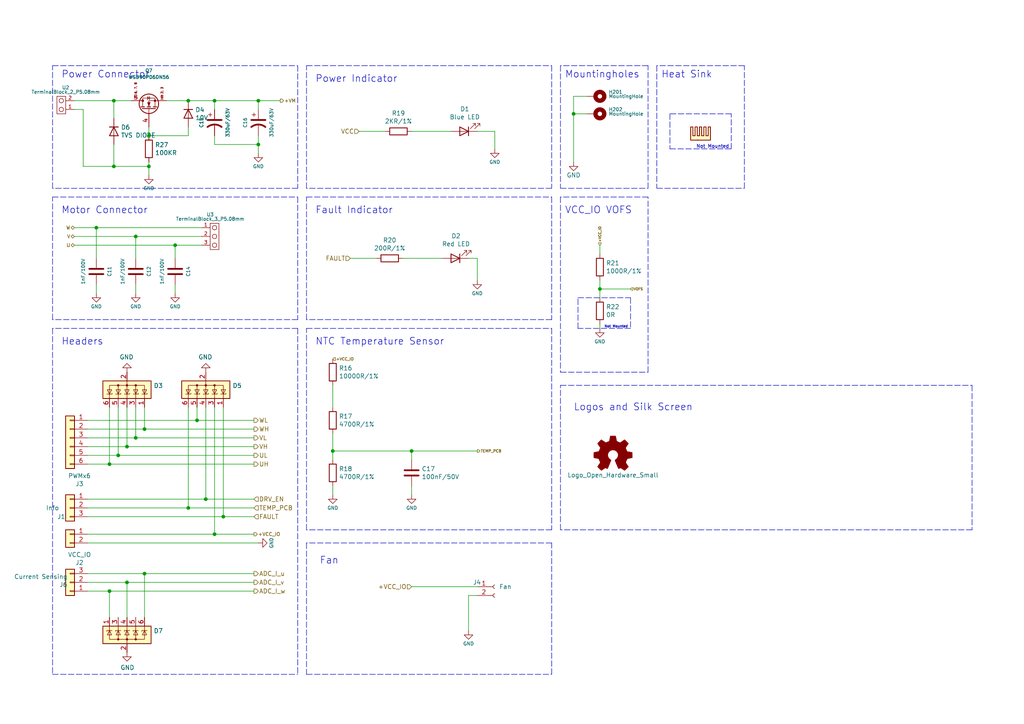
<source format=kicad_sch>
(kicad_sch (version 20211123) (generator eeschema)
  (paper "A4")
  (title_block (title "opm-inline") (date "2021-12-26") (rev "1") (company "Overpowered Mechanisms"))
  (lib_symbols
    (symbol "Connector:Conn_01x02_Female" (pin_names (offset 1.016) hide)
      (property "Reference" "J" (at 0 2.54 0))
      (property "Value" "Conn_01x02_Female" (at 0 -5.08 0))
      (symbol "Conn_01x02_Female_1_1"
        (arc (start 0 -2.032) (mid -0.508 -2.54) (end 0 -3.048) (stroke (width 0.1524)))
        (polyline (pts (xy -1.27 -2.54) (xy -0.508 -2.54)) (stroke (width 0.1524)))
        (polyline (pts (xy -1.27 0) (xy -0.508 0)) (stroke (width 0.1524)))
        (arc (start 0 0.508) (mid -0.508 0) (end 0 -0.508) (stroke (width 0.1524)))
        (pin passive line (at -5.08 0 0) (length 3.81) (name "Pin_1") (number "1"))
        (pin passive line (at -5.08 -2.54 0) (length 3.81) (name "Pin_2") (number "2"))
      )
    )
    (symbol "Connector_Generic:Conn_01x02" (pin_names (offset 1.016) hide)
      (property "Reference" "J" (at 0 2.54 0))
      (property "Value" "Conn_01x02" (at 0 -5.08 0))
      (symbol "Conn_01x02_1_1"
        (rectangle (start -1.27 -2.413) (end 0 -2.667) (stroke (width 0.1524)))
        (rectangle (start -1.27 0.127) (end 0 -0.127) (stroke (width 0.1524)))
        (rectangle (start -1.27 1.27) (end 1.27 -3.81) (stroke (width 0.254)) (fill (type background)))
        (pin passive line (at -5.08 0 0) (length 3.81) (name "Pin_1") (number "1"))
        (pin passive line (at -5.08 -2.54 0) (length 3.81) (name "Pin_2") (number "2"))
      )
    )
    (symbol "Connector_Generic:Conn_01x03" (pin_names (offset 1.016) hide)
      (property "Reference" "J" (at 0 5.08 0))
      (property "Value" "Conn_01x03" (at 0 -5.08 0))
      (symbol "Conn_01x03_1_1"
        (rectangle (start -1.27 -2.413) (end 0 -2.667) (stroke (width 0.1524)))
        (rectangle (start -1.27 0.127) (end 0 -0.127) (stroke (width 0.1524)))
        (rectangle (start -1.27 2.667) (end 0 2.413) (stroke (width 0.1524)))
        (rectangle (start -1.27 3.81) (end 1.27 -3.81) (stroke (width 0.254)) (fill (type background)))
        (pin passive line (at -5.08 2.54 0) (length 3.81) (name "Pin_1") (number "1"))
        (pin passive line (at -5.08 0 0) (length 3.81) (name "Pin_2") (number "2"))
        (pin passive line (at -5.08 -2.54 0) (length 3.81) (name "Pin_3") (number "3"))
      )
    )
    (symbol "Connector_Generic:Conn_01x06" (pin_names (offset 1.016) hide)
      (property "Reference" "J" (at 0 7.62 0))
      (property "Value" "Conn_01x06" (at 0 -10.16 0))
      (symbol "Conn_01x06_1_1"
        (rectangle (start -1.27 -7.493) (end 0 -7.747) (stroke (width 0.1524)))
        (rectangle (start -1.27 -4.953) (end 0 -5.207) (stroke (width 0.1524)))
        (rectangle (start -1.27 -2.413) (end 0 -2.667) (stroke (width 0.1524)))
        (rectangle (start -1.27 0.127) (end 0 -0.127) (stroke (width 0.1524)))
        (rectangle (start -1.27 2.667) (end 0 2.413) (stroke (width 0.1524)))
        (rectangle (start -1.27 5.207) (end 0 4.953) (stroke (width 0.1524)))
        (rectangle (start -1.27 6.35) (end 1.27 -8.89) (stroke (width 0.254)) (fill (type background)))
        (pin passive line (at -5.08 5.08 0) (length 3.81) (name "Pin_1") (number "1"))
        (pin passive line (at -5.08 2.54 0) (length 3.81) (name "Pin_2") (number "2"))
        (pin passive line (at -5.08 0 0) (length 3.81) (name "Pin_3") (number "3"))
        (pin passive line (at -5.08 -2.54 0) (length 3.81) (name "Pin_4") (number "4"))
        (pin passive line (at -5.08 -5.08 0) (length 3.81) (name "Pin_5") (number "5"))
        (pin passive line (at -5.08 -7.62 0) (length 3.81) (name "Pin_6") (number "6"))
      )
    )
    (symbol "Device:C" (pin_numbers hide) (pin_names (offset 0.254))
      (property "Reference" "C" (at 0.635 2.54 0))
      (property "Value" "C" (at 0.635 -2.54 0))
      (symbol "C_0_1"
        (polyline (pts (xy -2.032 -0.762) (xy 2.032 -0.762)) (stroke (width 0.508)))
        (polyline (pts (xy -2.032 0.762) (xy 2.032 0.762)) (stroke (width 0.508)))
      )
      (symbol "C_1_1"
        (pin passive line (at 0 3.81 270) (length 2.794) (name "~") (number "1"))
        (pin passive line (at 0 -3.81 90) (length 2.794) (name "~") (number "2"))
      )
    )
    (symbol "Device:CP1" (pin_numbers hide) (pin_names (offset 0.254) hide)
      (property "Reference" "C" (at 0.635 2.54 0))
      (property "Value" "Device_CP1" (at 0.635 -2.54 0))
      (symbol "CP1_0_1"
        (polyline (pts (xy -2.032 0.762) (xy 2.032 0.762)) (stroke (width 0.508)))
        (polyline (pts (xy -1.778 2.286) (xy -0.762 2.286)))
        (polyline (pts (xy -1.27 1.778) (xy -1.27 2.794)))
        (arc (start 2.032 -1.27) (mid 0 -0.5572) (end -2.032 -1.27) (stroke (width 0.508)))
      )
      (symbol "CP1_1_1"
        (pin passive line (at 0 3.81 270) (length 2.794) (name "~") (number "1"))
        (pin passive line (at 0 -3.81 90) (length 3.302) (name "~") (number "2"))
      )
    )
    (symbol "Device:LED" (pin_numbers hide) (pin_names (offset 1.016) hide)
      (property "Reference" "D" (at 0 2.54 0))
      (property "Value" "LED" (at 0 -2.54 0))
      (symbol "LED_0_1"
        (polyline (pts (xy -1.27 -1.27) (xy -1.27 1.27)) (stroke (width 0.254)))
        (polyline (pts (xy -1.27 0) (xy 1.27 0)))
        (polyline (pts (xy 1.27 -1.27) (xy 1.27 1.27) (xy -1.27 0) (xy 1.27 -1.27)) (stroke (width 0.254)))
        (polyline (pts (xy -3.048 -0.762) (xy -4.572 -2.286) (xy -3.81 -2.286) (xy -4.572 -2.286) (xy -4.572 -1.524)))
        (polyline (pts (xy -1.778 -0.762) (xy -3.302 -2.286) (xy -2.54 -2.286) (xy -3.302 -2.286) (xy -3.302 -1.524)))
      )
      (symbol "LED_1_1"
        (pin passive line (at -3.81 0 0) (length 2.54) (name "K") (number "1"))
        (pin passive line (at 3.81 0 180) (length 2.54) (name "A") (number "2"))
      )
    )
    (symbol "Device:R" (pin_numbers hide) (pin_names (offset 0))
      (property "Reference" "R" (at 2.032 0 90))
      (property "Value" "R" (at 0 0 90))
      (symbol "R_0_1"
        (rectangle (start -1.016 -2.54) (end 1.016 2.54) (stroke (width 0.254)))
      )
      (symbol "R_1_1"
        (pin passive line (at 0 3.81 270) (length 1.27) (name "~") (number "1"))
        (pin passive line (at 0 -3.81 90) (length 1.27) (name "~") (number "2"))
      )
    )
    (symbol "Graphic:Logo_Open_Hardware_Small" (pin_names (offset 1.016))
      (symbol "Logo_Open_Hardware_Small_0_1"
        (polyline (pts (xy 3.3528 -4.3434) (xy 3.302 -4.318) (xy 3.175 -4.2418) (xy 2.9972 -4.1148) (xy 2.7686 -3.9624) (xy 2.54 -3.81) (xy 2.3622 -3.7084) (xy 2.2352 -3.6068) (xy 2.1844 -3.5814) (xy 2.159 -3.6068) (xy 2.0574 -3.6576) (xy 1.905 -3.7338) (xy 1.8034 -3.7846) (xy 1.6764 -3.8354) (xy 1.6002 -3.8354) (xy 1.6002 -3.8354) (xy 1.5494 -3.7338) (xy 1.4732 -3.5306) (xy 1.3462 -3.302) (xy 1.2446 -3.0226) (xy 1.1176 -2.7178) (xy 0.9652 -2.413) (xy 0.8636 -2.1082) (xy 0.7366 -1.8288) (xy 0.6604 -1.6256) (xy 0.6096 -1.4732) (xy 0.5842 -1.397) (xy 0.5842 -1.397) (xy 0.6604 -1.3208) (xy 0.7874 -1.2446) (xy 1.0414 -1.016) (xy 1.2954 -0.6858) (xy 1.4478 -0.3302) (xy 1.524 0.0762) (xy 1.4732 0.4572) (xy 1.3208 0.8128) (xy 1.0668 1.143) (xy 0.762 1.3716) (xy 0.4064 1.524) (xy 0 1.5748) (xy -0.381 1.5494) (xy -0.7366 1.397) (xy -1.0668 1.143) (xy -1.2192 0.9906) (xy -1.397 0.6604) (xy -1.524 0.3048) (xy -1.524 0.2286) (xy -1.4986 -0.1778) (xy -1.397 -0.5334) (xy -1.1938 -0.8636) (xy -0.9144 -1.143) (xy -0.8636 -1.1684) (xy -0.7366 -1.27) (xy -0.635 -1.3462) (xy -0.5842 -1.397) (xy -1.0668 -2.5908) (xy -1.143 -2.794) (xy -1.2954 -3.1242) (xy -1.397 -3.4036) (xy -1.4986 -3.6322) (xy -1.5748 -3.7846) (xy -1.6002 -3.8354) (xy -1.6002 -3.8354) (xy -1.651 -3.8354) (xy -1.7272 -3.81) (xy -1.905 -3.7338) (xy -2.0066 -3.683) (xy -2.1336 -3.6068) (xy -2.2098 -3.5814) (xy -2.2606 -3.6068) (xy -2.3622 -3.683) (xy -2.54 -3.81) (xy -2.7686 -3.9624) (xy -2.9718 -4.0894) (xy -3.1496 -4.2164) (xy -3.302 -4.318) (xy -3.3528 -4.3434) (xy -3.3782 -4.3434) (xy -3.429 -4.318) (xy -3.5306 -4.2164) (xy -3.7084 -4.064) (xy -3.937 -3.8354) (xy -3.9624 -3.81) (xy -4.1656 -3.6068) (xy -4.318 -3.4544) (xy -4.4196 -3.3274) (xy -4.445 -3.2766) (xy -4.445 -3.2766) (xy -4.4196 -3.2258) (xy -4.318 -3.0734) (xy -4.2164 -2.8956) (xy -4.064 -2.667) (xy -3.6576 -2.0828) (xy -3.8862 -1.5494) (xy -3.937 -1.3716) (xy -4.0386 -1.1684) (xy -4.0894 -1.0414) (xy -4.1148 -0.9652) (xy -4.191 -0.9398) (xy -4.318 -0.9144) (xy -4.5466 -0.8636) (xy -4.8006 -0.8128) (xy -5.0546 -0.7874) (xy -5.2578 -0.7366) (xy -5.4356 -0.7112) (xy -5.5118 -0.6858) (xy -5.5118 -0.6858) (xy -5.5372 -0.635) (xy -5.5372 -0.5588) (xy -5.5372 -0.4318) (xy -5.5626 -0.2286) (xy -5.5626 0.0762) (xy -5.5626 0.127) (xy -5.5372 0.4064) (xy -5.5372 0.635) (xy -5.5372 0.762) (xy -5.5372 0.8382) (xy -5.5372 0.8382) (xy -5.461 0.8382) (xy -5.3086 0.889) (xy -5.08 0.9144) (xy -4.826 0.9652) (xy -4.8006 0.9906) (xy -4.5466 1.0414) (xy -4.318 1.0668) (xy -4.1656 1.1176) (xy -4.0894 1.143) (xy -4.0894 1.143) (xy -4.0386 1.2446) (xy -3.9624 1.4224) (xy -3.8608 1.6256) (xy -3.7846 1.8288) (xy -3.7084 2.0066) (xy -3.6576 2.159) (xy -3.6322 2.2098) (xy -3.6322 2.2098) (xy -3.683 2.286) (xy -3.7592 2.413) (xy -3.8862 2.5908) (xy -4.064 2.8194) (xy -4.064 2.8448) (xy -4.2164 3.0734) (xy -4.3434 3.2512) (xy -4.4196 3.3782) (xy -4.445 3.4544) (xy -4.445 3.4544) (xy -4.3942 3.5052) (xy -4.2926 3.6322) (xy -4.1148 3.81) (xy -3.937 4.0132) (xy -3.8608 4.064) (xy -3.6576 4.2926) (xy -3.5052 4.4196) (xy -3.4036 4.4958) (xy -3.3528 4.5212) (xy -3.3528 4.5212) (xy -3.302 4.4704) (xy -3.1496 4.3688) (xy -2.9718 4.2418) (xy -2.7432 4.0894) (xy -2.7178 4.0894) (xy -2.4892 3.937) (xy -2.3114 3.81) (xy -2.1844 3.7084) (xy -2.1336 3.683) (xy -2.1082 3.683) (xy -2.032 3.7084) (xy -1.8542 3.7592) (xy -1.6764 3.8354) (xy -1.4732 3.937) (xy -1.27 4.0132) (xy -1.143 4.064) (xy -1.0668 4.1148) (xy -1.0668 4.1148) (xy -1.0414 4.191) (xy -1.016 4.3434) (xy -0.9652 4.572) (xy -0.9144 4.8514) (xy -0.889 4.9022) (xy -0.8382 5.1562) (xy -0.8128 5.3848) (xy -0.7874 5.5372) (xy -0.762 5.588) (xy -0.7112 5.6134) (xy -0.5842 5.6134) (xy -0.4064 5.6134) (xy -0.1524 5.6134) (xy 0.0762 5.6134) (xy 0.3302 5.6134) (xy 0.5334 5.6134) (xy 0.6858 5.588) (xy 0.7366 5.588) (xy 0.7366 5.588) (xy 0.762 5.5118) (xy 0.8128 5.334) (xy 0.8382 5.1054) (xy 0.9144 4.826) (xy 0.9144 4.7752) (xy 0.9652 4.5212) (xy 1.016 4.2926) (xy 1.0414 4.1402) (xy 1.0668 4.0894) (xy 1.0668 4.0894) (xy 1.1938 4.0386) (xy 1.3716 3.9624) (xy 1.5748 3.8608) (xy 2.0828 3.6576) (xy 2.7178 4.0894) (xy 2.7686 4.1402) (xy 2.9972 4.2926) (xy 3.175 4.4196) (xy 3.302 4.4958) (xy 3.3782 4.5212) (xy 3.3782 4.5212) (xy 3.429 4.4704) (xy 3.556 4.3434) (xy 3.7338 4.191) (xy 3.9116 3.9878) (xy 4.064 3.8354) (xy 4.2418 3.6576) (xy 4.3434 3.556) (xy 4.4196 3.4798) (xy 4.4196 3.429) (xy 4.4196 3.4036) (xy 4.3942 3.3274) (xy 4.2926 3.2004) (xy 4.1656 2.9972) (xy 4.0132 2.794) (xy 3.8862 2.5908) (xy 3.7592 2.3876) (xy 3.6576 2.2352) (xy 3.6322 2.159) (xy 3.6322 2.1336) (xy 3.683 2.0066) (xy 3.7592 1.8288) (xy 3.8608 1.6002) (xy 4.064 1.1176) (xy 4.3942 1.0414) (xy 4.5974 1.016) (xy 4.8768 0.9652) (xy 5.1308 0.9144) (xy 5.5372 0.8382) (xy 5.5626 -0.6604) (xy 5.4864 -0.6858) (xy 5.4356 -0.6858) (xy 5.2832 -0.7366) (xy 5.0546 -0.762) (xy 4.8006 -0.8128) (xy 4.5974 -0.8636) (xy 4.3688 -0.9144) (xy 4.2164 -0.9398) (xy 4.1402 -0.9398) (xy 4.1148 -0.9652) (xy 4.064 -1.0668) (xy 3.9878 -1.2446) (xy 3.9116 -1.4478) (xy 3.81 -1.651) (xy 3.7338 -1.8542) (xy 3.683 -2.0066) (xy 3.6576 -2.0828) (xy 3.683 -2.1336) (xy 3.7846 -2.2606) (xy 3.8862 -2.4638) (xy 4.0386 -2.667) (xy 4.191 -2.8956) (xy 4.318 -3.0734) (xy 4.3942 -3.2004) (xy 4.445 -3.2766) (xy 4.4196 -3.3274) (xy 4.3434 -3.429) (xy 4.1656 -3.5814) (xy 3.937 -3.8354) (xy 3.8862 -3.8608) (xy 3.683 -4.064) (xy 3.5306 -4.2164) (xy 3.4036 -4.318) (xy 3.3528 -4.3434)) (fill (type outline)))
      )
    )
    (symbol "Mechanical:Heatsink" (pin_names (offset 1.016))
      (property "Reference" "HS" (at 0 5.08 0))
      (property "Value" "Heatsink" (at 0 -1.27 0))
      (symbol "Heatsink_0_1"
        (polyline (pts (xy -0.3302 1.27) (xy -0.9652 1.27) (xy -0.9652 3.81) (xy -1.6002 3.81) (xy -1.6002 1.27) (xy -2.2352 1.27) (xy -2.2352 3.81) (xy -2.8702 3.81) (xy -2.8702 0) (xy -0.9652 0)) (stroke (width 0.254)) (fill (type background)))
        (polyline (pts (xy -0.3302 1.27) (xy -0.3302 3.81) (xy 0.3048 3.81) (xy 0.3048 1.27) (xy 0.9398 1.27) (xy 0.9398 3.81) (xy 1.5748 3.81) (xy 1.5748 1.27) (xy 2.2098 1.27) (xy 2.2098 3.81) (xy 2.8448 3.81) (xy 2.8448 0) (xy -0.9652 0)) (stroke (width 0.254)) (fill (type background)))
      )
    )
    (symbol "Power_Protection:SP0505BAJT" (pin_names hide)
      (property "Reference" "D" (at 7.62 2.54 0))
      (property "Value" "SP0505BAJT" (at 7.62 0.635 0))
      (symbol "SP0505BAJT_0_0"
        (pin passive line (at 0 -5.08 90) (length 2.54) (name "A") (number "2"))
      )
      (symbol "SP0505BAJT_0_1"
        (rectangle (start -6.985 2.54) (end 6.985 -2.54) (stroke (width 0.254)) (fill (type background)))
        (circle (center -2.54 -1.27) (radius 0.254) (fill (type outline)))
        (circle (center 0 -1.27) (radius 0.254) (fill (type outline)))
        (polyline (pts (xy -5.08 2.54) (xy -5.08 1.27)))
        (polyline (pts (xy -2.54 2.54) (xy -2.54 1.27)))
        (polyline (pts (xy 0 -1.27) (xy 0 -2.54)))
        (polyline (pts (xy 0 -1.27) (xy 0 1.27)))
        (polyline (pts (xy 0 2.54) (xy 0 1.27)))
        (polyline (pts (xy 0.635 1.27) (xy 0.762 1.27)))
        (polyline (pts (xy 2.54 2.54) (xy 2.54 1.27)))
        (polyline (pts (xy 5.08 2.54) (xy 5.08 1.27)))
        (polyline (pts (xy -5.08 1.27) (xy -5.08 -1.27) (xy -2.54 -1.27)))
        (polyline (pts (xy 0.635 1.27) (xy -0.762 1.27) (xy -0.762 1.016)))
        (polyline (pts (xy 5.08 1.27) (xy 5.08 -1.27) (xy 2.54 -1.27)))
        (polyline (pts (xy -5.842 1.016) (xy -5.842 1.27) (xy -4.445 1.27) (xy -4.318 1.27)))
        (polyline (pts (xy -5.08 1.27) (xy -4.445 0) (xy -5.715 0) (xy -5.08 1.27)))
        (polyline (pts (xy -3.302 1.016) (xy -3.302 1.27) (xy -1.905 1.27) (xy -1.778 1.27)))
        (polyline (pts (xy -2.54 1.27) (xy -2.54 -1.27) (xy 2.54 -1.27) (xy 2.54 1.27)))
        (polyline (pts (xy -2.54 1.27) (xy -1.905 0) (xy -3.175 0) (xy -2.54 1.27)))
        (polyline (pts (xy 0.635 0) (xy -0.635 0) (xy 0 1.27) (xy 0.635 0)))
        (polyline (pts (xy 1.778 1.016) (xy 1.778 1.27) (xy 3.175 1.27) (xy 3.302 1.27)))
        (polyline (pts (xy 2.54 1.27) (xy 1.905 0) (xy 3.175 0) (xy 2.54 1.27)))
        (polyline (pts (xy 4.318 1.016) (xy 4.318 1.27) (xy 5.715 1.27) (xy 5.842 1.27)))
        (polyline (pts (xy 5.08 1.27) (xy 4.445 0) (xy 5.715 0) (xy 5.08 1.27)))
        (circle (center 2.54 -1.27) (radius 0.254) (fill (type outline)))
      )
      (symbol "SP0505BAJT_1_1"
        (pin passive line (at -5.08 5.08 270) (length 2.54) (name "K") (number "1"))
        (pin passive line (at -2.54 5.08 270) (length 2.54) (name "K") (number "3"))
        (pin passive line (at 0 5.08 270) (length 2.54) (name "K") (number "4"))
        (pin passive line (at 2.54 5.08 270) (length 2.54) (name "K") (number "5"))
        (pin passive line (at 5.08 5.08 270) (length 2.54) (name "K") (number "6"))
      )
    )
    (symbol "Simulation_SPICE:DIODE" (pin_numbers hide) (pin_names (offset 1.016) hide)
      (property "Reference" "D" (at 0 2.54 0))
      (property "Value" "DIODE" (at 0 -2.54 0))
      (symbol "DIODE_0_1"
        (polyline (pts (xy 1.27 0) (xy -1.27 0)))
        (polyline (pts (xy 1.27 1.27) (xy 1.27 -1.27)) (stroke (width 0.254)))
        (polyline (pts (xy -1.27 -1.27) (xy -1.27 1.27) (xy 1.27 0) (xy -1.27 -1.27)) (stroke (width 0.254)))
      )
      (symbol "DIODE_1_1"
        (pin passive line (at -3.81 0 0) (length 2.54) (name "A") (number "1"))
        (pin passive line (at 3.81 0 180) (length 2.54) (name "K") (number "2"))
      )
    )
    (symbol "opm-cache:Conector_library_Metz_31330102" (pin_names (offset 1.016))
      (property "Reference" "U" (at 0 6.35 0))
      (property "Value" "Conector_library_Metz_31330102" (at 0 3.81 0))
      (symbol "Conector_library_Metz_31330102_0_1"
        (circle (center 1.27 -1.27) (radius 0.635))
        (circle (center 1.27 1.27) (radius 0.635))
        (rectangle (start 2.54 -2.54) (end 0 2.54))
      )
      (symbol "Conector_library_Metz_31330102_1_1"
        (pin bidirectional line (at -2.54 1.27 0) (length 2.54) (name "~") (number "1"))
        (pin bidirectional line (at -2.54 -1.27 0) (length 2.54) (name "~") (number "2"))
      )
    )
    (symbol "opm-cache:Conector_library_Metz_31330103" (pin_names (offset 1.016))
      (property "Reference" "U" (at 0 5.08 0))
      (property "Value" "Conector_library_Metz_31330103" (at 0 -6.35 0))
      (symbol "Conector_library_Metz_31330103_0_1"
        (circle (center 1.27 -2.54) (radius 0.635))
        (circle (center 1.27 0) (radius 0.635))
        (circle (center 1.27 2.54) (radius 0.635))
      )
      (symbol "Conector_library_Metz_31330103_1_1"
        (rectangle (start 0 3.81) (end 2.54 -3.81))
        (pin bidirectional line (at -2.54 2.54 0) (length 2.54) (name "~") (number "1"))
        (pin bidirectional line (at -2.54 0 0) (length 2.54) (name "~") (number "2"))
        (pin bidirectional line (at -2.54 -2.54 0) (length 2.54) (name "~") (number "3"))
      )
    )
    (symbol "opm-cache:Mechanical_MountingHole_Pad" (pin_numbers hide) (pin_names (offset 1.016) hide)
      (property "Reference" "H" (at 0 6.35 0))
      (property "Value" "Mechanical_MountingHole_Pad" (at 0 4.445 0))
      (symbol "Mechanical_MountingHole_Pad_0_1"
        (circle (center 0 1.27) (radius 1.27) (stroke (width 1.27)))
      )
      (symbol "Mechanical_MountingHole_Pad_1_1"
        (pin input line (at 0 -2.54 90) (length 2.54) (name "1") (number "1"))
      )
    )
    (symbol "opm-inline-rescue:HYG025N06LS1C2" (pin_names hide)
      (property "Reference" "Q" (at 5.08 1.905 0))
      (property "Value" "HYG025N06LS1C2" (at 5.08 0 0))
      (symbol "HYG025N06LS1C2_0_0"
        (text "1, 2, 3" (at 3.175 -3.81 0) (effects (font (size 0.6096 0.6096)) (justify left)))
        (text "5, 6, 7, 8" (at 3.175 3.81 0) (effects (font (size 0.6096 0.6096)) (justify left)))
      )
      (symbol "HYG025N06LS1C2_0_1"
        (polyline (pts (xy -1.27 0) (xy 0.254 0)))
        (polyline (pts (xy 0.762 -1.778) (xy 2.54 -1.778)))
        (polyline (pts (xy 0.762 -1.27) (xy 0.762 -2.286)) (stroke (width 0.254)))
        (polyline (pts (xy 0.762 0) (xy 2.54 0)))
        (polyline (pts (xy 0.762 0.508) (xy 0.762 -0.508)) (stroke (width 0.254)))
        (polyline (pts (xy 0.762 1.778) (xy 2.54 1.778)))
        (polyline (pts (xy 0.762 2.286) (xy 0.762 1.27)) (stroke (width 0.254)))
        (polyline (pts (xy 2.54 -1.778) (xy 2.54 -2.54)))
        (polyline (pts (xy 2.54 -1.778) (xy 2.54 0)))
        (polyline (pts (xy 2.54 2.54) (xy 2.54 1.778)))
        (polyline (pts (xy 0.254 1.905) (xy 0.254 -1.905) (xy 0.254 -1.905)) (stroke (width 0.254)))
        (polyline (pts (xy 1.016 0) (xy 2.032 0.381) (xy 2.032 -0.381) (xy 1.016 0)) (fill (type outline)))
        (polyline (pts (xy 2.54 -1.778) (xy 3.302 -1.778) (xy 3.302 1.778) (xy 2.54 1.778)))
        (polyline (pts (xy 2.794 0.508) (xy 2.921 0.381) (xy 3.683 0.381) (xy 3.81 0.254)))
        (polyline (pts (xy 3.302 0.381) (xy 2.921 -0.254) (xy 3.683 -0.254) (xy 3.302 0.381)))
        (circle (center 1.651 0) (radius 2.8194) (stroke (width 0.254)))
        (circle (center 2.54 -1.778) (radius 0.2794) (fill (type outline)))
        (circle (center 2.54 1.778) (radius 0.2794) (fill (type outline)))
      )
      (symbol "HYG025N06LS1C2_1_1"
        (pin passive line (at 2.54 -5.08 90) (length 2.54) (name "S") (number "1"))
        (pin passive line (at 2.54 -5.08 90) (length 2.54) hide (name "S") (number "2"))
        (pin passive line (at 2.54 -5.08 90) (length 2.54) hide (name "S") (number "3"))
        (pin passive line (at -5.08 0 0) (length 3.81) (name "G") (number "4"))
        (pin passive line (at 2.54 5.08 270) (length 2.54) (name "D") (number "5"))
        (pin passive line (at 2.54 5.08 270) (length 2.54) hide (name "D") (number "6"))
        (pin passive line (at 2.54 5.08 270) (length 2.54) hide (name "D") (number "7"))
        (pin passive line (at 2.54 5.08 270) (length 2.54) hide (name "D") (number "8"))
      )
    )
    (symbol "power:GND" (power) (pin_names (offset 0))
      (property "Value" "GND" (at 0 -3.81 0))
      (symbol "GND_0_1"
        (polyline (pts (xy 0 0) (xy 0 -1.27) (xy 1.27 -1.27) (xy 0 -2.54) (xy -1.27 -1.27) (xy 0 -1.27)))
      )
      (symbol "GND_1_1"
        (pin power_in line (at 0 0 270) (length 0) hide (name "GND") (number "1"))
      )
    )
  )
  (junction (at 31.75 171.45))
  (junction (at 50.8 71.12))
  (junction (at 41.91 124.46))
  (junction (at 43.18 39.37))
  (junction (at 62.23 154.94))
  (junction (at 31.75 134.62))
  (junction (at 59.69 144.78))
  (junction (at 33.02 29.21))
  (junction (at 96.52 130.81))
  (junction (at 41.91 166.37))
  (junction (at 36.83 168.91))
  (junction (at 119.38 130.81))
  (junction (at 43.18 48.26))
  (junction (at 64.77 149.86))
  (junction (at 36.83 129.54))
  (junction (at 57.15 121.92))
  (junction (at 166.37 33.02))
  (junction (at 34.29 132.08))
  (junction (at 33.02 48.26))
  (junction (at 27.94 66.04))
  (junction (at 39.37 68.58))
  (junction (at 74.93 29.21))
  (junction (at 54.61 147.32))
  (junction (at 74.93 41.91))
  (junction (at 173.99 83.82))
  (junction (at 62.23 29.21))
  (junction (at 39.37 127))
  (junction (at 54.61 29.21))
  (wire (pts (xy 25.4 132.08) (xy 34.29 132.08)))
  (wire (pts (xy 58.42 68.58) (xy 39.37 68.58)))
  (wire (pts (xy 43.18 48.26) (xy 43.18 50.8)))
  (wire (pts (xy 173.99 83.82) (xy 173.99 86.36)))
  (polyline (pts (xy 182.88 95.25) (xy 167.64 95.25)))
  (polyline (pts (xy 88.9 195.58) (xy 160.02 195.58)))
  (wire (pts (xy 74.93 41.91) (xy 74.93 39.37)))
  (polyline (pts (xy 86.36 19.05) (xy 86.36 54.61)))
  (polyline (pts (xy 15.24 57.15) (xy 86.36 57.15)))
  (wire (pts (xy 173.99 71.12) (xy 173.99 73.66)))
  (polyline (pts (xy 162.56 107.95) (xy 187.96 107.95)))
  (wire (pts (xy 41.91 179.07) (xy 41.91 166.37)))
  (polyline (pts (xy 167.64 86.36) (xy 182.88 86.36)))
  (wire (pts (xy 96.52 130.81) (xy 96.52 133.35)))
  (polyline (pts (xy 88.9 19.05) (xy 160.02 19.05)))
  (wire (pts (xy 21.59 29.21) (xy 33.02 29.21)))
  (wire (pts (xy 25.4 154.94) (xy 62.23 154.94)))
  (wire (pts (xy 116.84 74.93) (xy 128.27 74.93)))
  (wire (pts (xy 119.38 140.97) (xy 119.38 143.51)))
  (wire (pts (xy 74.93 29.21) (xy 81.28 29.21)))
  (wire (pts (xy 138.43 81.28) (xy 138.43 74.93)))
  (wire (pts (xy 62.23 118.11) (xy 62.23 154.94)))
  (wire (pts (xy 119.38 130.81) (xy 138.43 130.81)))
  (polyline (pts (xy 162.56 111.76) (xy 281.94 111.76)))
  (polyline (pts (xy 15.24 195.58) (xy 86.36 195.58)))
  (wire (pts (xy 36.83 129.54) (xy 73.66 129.54)))
  (wire (pts (xy 166.37 33.02) (xy 166.37 46.99)))
  (wire (pts (xy 54.61 147.32) (xy 73.66 147.32)))
  (wire (pts (xy 62.23 154.94) (xy 73.66 154.94)))
  (wire (pts (xy 25.4 121.92) (xy 57.15 121.92)))
  (wire (pts (xy 39.37 68.58) (xy 21.59 68.58)))
  (wire (pts (xy 135.89 172.72) (xy 135.89 182.88)))
  (wire (pts (xy 41.91 166.37) (xy 73.66 166.37)))
  (wire (pts (xy 101.6 74.93) (xy 109.22 74.93)))
  (wire (pts (xy 25.4 134.62) (xy 31.75 134.62)))
  (wire (pts (xy 25.4 168.91) (xy 36.83 168.91)))
  (wire (pts (xy 27.94 85.09) (xy 27.94 82.55)))
  (polyline (pts (xy 15.24 92.71) (xy 15.24 57.15)))
  (wire (pts (xy 31.75 134.62) (xy 73.66 134.62)))
  (wire (pts (xy 43.18 36.83) (xy 43.18 39.37)))
  (wire (pts (xy 36.83 118.11) (xy 36.83 129.54)))
  (polyline (pts (xy 162.56 19.05) (xy 162.56 54.61)))
  (wire (pts (xy 119.38 133.35) (xy 119.38 130.81)))
  (wire (pts (xy 138.43 38.1) (xy 143.51 38.1)))
  (wire (pts (xy 64.77 149.86) (xy 73.66 149.86)))
  (polyline (pts (xy 212.09 33.02) (xy 194.31 33.02)))
  (wire (pts (xy 96.52 125.73) (xy 96.52 130.81)))
  (wire (pts (xy 34.29 118.11) (xy 34.29 132.08)))
  (polyline (pts (xy 88.9 92.71) (xy 88.9 57.15)))
  (polyline (pts (xy 215.9 54.61) (xy 215.9 19.05)))
  (wire (pts (xy 39.37 118.11) (xy 39.37 127)))
  (wire (pts (xy 64.77 118.11) (xy 64.77 149.86)))
  (polyline (pts (xy 86.36 54.61) (xy 15.24 54.61)))
  (wire (pts (xy 74.93 29.21) (xy 62.23 29.21)))
  (polyline (pts (xy 194.31 43.18) (xy 212.09 43.18)))
  (wire (pts (xy 74.93 41.91) (xy 74.93 44.45)))
  (wire (pts (xy 54.61 118.11) (xy 54.61 147.32)))
  (wire (pts (xy 25.4 166.37) (xy 41.91 166.37)))
  (polyline (pts (xy 160.02 92.71) (xy 88.9 92.71)))
  (wire (pts (xy 119.38 38.1) (xy 130.81 38.1)))
  (wire (pts (xy 41.91 118.11) (xy 41.91 124.46)))
  (wire (pts (xy 25.4 129.54) (xy 36.83 129.54)))
  (polyline (pts (xy 162.56 54.61) (xy 187.96 54.61)))
  (polyline (pts (xy 187.96 19.05) (xy 162.56 19.05)))
  (wire (pts (xy 39.37 85.09) (xy 39.37 82.55)))
  (wire (pts (xy 25.4 147.32) (xy 54.61 147.32)))
  (wire (pts (xy 138.43 172.72) (xy 135.89 172.72)))
  (wire (pts (xy 34.29 132.08) (xy 73.66 132.08)))
  (polyline (pts (xy 160.02 95.25) (xy 160.02 153.67)))
  (polyline (pts (xy 160.02 57.15) (xy 160.02 92.71)))
  (wire (pts (xy 27.94 66.04) (xy 21.59 66.04)))
  (wire (pts (xy 59.69 144.78) (xy 73.66 144.78)))
  (wire (pts (xy 74.93 31.75) (xy 74.93 29.21)))
  (wire (pts (xy 58.42 66.04) (xy 27.94 66.04)))
  (polyline (pts (xy 187.96 54.61) (xy 187.96 19.05)))
  (polyline (pts (xy 88.9 54.61) (xy 88.9 19.05)))
  (polyline (pts (xy 86.36 57.15) (xy 86.36 92.71)))
  (wire (pts (xy 104.14 38.1) (xy 111.76 38.1)))
  (wire (pts (xy 39.37 74.93) (xy 39.37 68.58)))
  (polyline (pts (xy 190.5 19.05) (xy 190.5 54.61)))
  (polyline (pts (xy 88.9 153.67) (xy 88.9 95.25)))
  (polyline (pts (xy 15.24 95.25) (xy 15.24 195.58)))
  (wire (pts (xy 62.23 39.37) (xy 62.23 41.91)))
  (polyline (pts (xy 281.94 111.76) (xy 281.94 153.67)))
  (wire (pts (xy 39.37 127) (xy 73.66 127)))
  (polyline (pts (xy 86.36 95.25) (xy 86.36 195.58)))
  (wire (pts (xy 96.52 118.11) (xy 96.52 111.76)))
  (wire (pts (xy 170.18 27.94) (xy 166.37 27.94)))
  (wire (pts (xy 41.91 124.46) (xy 73.66 124.46)))
  (polyline (pts (xy 15.24 54.61) (xy 15.24 19.05)))
  (wire (pts (xy 50.8 74.93) (xy 50.8 71.12)))
  (wire (pts (xy 57.15 121.92) (xy 73.66 121.92)))
  (wire (pts (xy 57.15 118.11) (xy 57.15 121.92)))
  (polyline (pts (xy 190.5 54.61) (xy 215.9 54.61)))
  (wire (pts (xy 54.61 29.21) (xy 62.23 29.21)))
  (wire (pts (xy 173.99 93.98) (xy 173.99 95.25)))
  (polyline (pts (xy 162.56 57.15) (xy 162.56 107.95)))
  (polyline (pts (xy 88.9 95.25) (xy 160.02 95.25)))
  (wire (pts (xy 33.02 29.21) (xy 38.1 29.21)))
  (wire (pts (xy 182.88 83.82) (xy 173.99 83.82)))
  (wire (pts (xy 96.52 140.97) (xy 96.52 143.51)))
  (wire (pts (xy 48.26 29.21) (xy 54.61 29.21)))
  (wire (pts (xy 50.8 85.09) (xy 50.8 82.55)))
  (polyline (pts (xy 212.09 43.18) (xy 212.09 33.02)))
  (wire (pts (xy 173.99 81.28) (xy 173.99 83.82)))
  (wire (pts (xy 62.23 29.21) (xy 62.23 31.75)))
  (wire (pts (xy 170.18 33.02) (xy 166.37 33.02)))
  (wire (pts (xy 119.38 130.81) (xy 96.52 130.81)))
  (polyline (pts (xy 187.96 107.95) (xy 187.96 57.15)))
  (wire (pts (xy 143.51 38.1) (xy 143.51 43.18)))
  (wire (pts (xy 24.13 31.75) (xy 24.13 48.26)))
  (polyline (pts (xy 160.02 153.67) (xy 88.9 153.67)))
  (polyline (pts (xy 160.02 19.05) (xy 160.02 54.61)))
  (wire (pts (xy 33.02 41.91) (xy 33.02 48.26)))
  (wire (pts (xy 43.18 46.99) (xy 43.18 48.26)))
  (wire (pts (xy 135.89 74.93) (xy 138.43 74.93)))
  (wire (pts (xy 54.61 36.83) (xy 54.61 39.37)))
  (polyline (pts (xy 86.36 95.25) (xy 15.24 95.25)))
  (wire (pts (xy 31.75 179.07) (xy 31.75 171.45)))
  (polyline (pts (xy 160.02 54.61) (xy 88.9 54.61)))
  (polyline (pts (xy 15.24 19.05) (xy 86.36 19.05)))
  (wire (pts (xy 36.83 179.07) (xy 36.83 168.91)))
  (wire (pts (xy 31.75 171.45) (xy 73.66 171.45)))
  (polyline (pts (xy 162.56 153.67) (xy 162.56 111.76)))
  (wire (pts (xy 25.4 144.78) (xy 59.69 144.78)))
  (polyline (pts (xy 167.64 95.25) (xy 167.64 86.36)))
  (wire (pts (xy 50.8 71.12) (xy 21.59 71.12)))
  (polyline (pts (xy 86.36 92.71) (xy 15.24 92.71)))
  (wire (pts (xy 33.02 48.26) (xy 43.18 48.26)))
  (polyline (pts (xy 194.31 33.02) (xy 194.31 43.18)))
  (wire (pts (xy 138.43 170.18) (xy 119.38 170.18)))
  (polyline (pts (xy 187.96 57.15) (xy 162.56 57.15)))
  (wire (pts (xy 36.83 168.91) (xy 73.66 168.91)))
  (wire (pts (xy 54.61 39.37) (xy 43.18 39.37)))
  (wire (pts (xy 33.02 34.29) (xy 33.02 29.21)))
  (wire (pts (xy 27.94 74.93) (xy 27.94 66.04)))
  (wire (pts (xy 58.42 71.12) (xy 50.8 71.12)))
  (polyline (pts (xy 281.94 153.67) (xy 162.56 153.67)))
  (wire (pts (xy 25.4 157.48) (xy 74.93 157.48)))
  (wire (pts (xy 59.69 118.11) (xy 59.69 144.78)))
  (wire (pts (xy 31.75 118.11) (xy 31.75 134.62)))
  (polyline (pts (xy 215.9 19.05) (xy 190.5 19.05)))
  (wire (pts (xy 25.4 171.45) (xy 31.75 171.45)))
  (wire (pts (xy 166.37 27.94) (xy 166.37 33.02)))
  (wire (pts (xy 62.23 41.91) (xy 74.93 41.91)))
  (wire (pts (xy 24.13 31.75) (xy 21.59 31.75)))
  (polyline (pts (xy 88.9 157.48) (xy 88.9 195.58)))
  (polyline (pts (xy 182.88 86.36) (xy 182.88 95.25)))
  (polyline (pts (xy 160.02 157.48) (xy 88.9 157.48)))
  (wire (pts (xy 25.4 124.46) (xy 41.91 124.46)))
  (wire (pts (xy 25.4 149.86) (xy 64.77 149.86)))
  (wire (pts (xy 24.13 48.26) (xy 33.02 48.26)))
  (polyline (pts (xy 88.9 57.15) (xy 160.02 57.15)))
  (polyline (pts (xy 160.02 195.58) (xy 160.02 157.48)))
  (wire (pts (xy 25.4 127) (xy 39.37 127)))
  (text "Motor Connector" (at 17.78 62.23 0) (effects (font (size 2.0066 2.0066)) (justify left bottom)))
  (text "Heat Sink" (at 191.77 22.86 0) (effects (font (size 2.0066 2.0066)) (justify left bottom)))
  (text "Power Connector" (at 17.78 22.86 0) (effects (font (size 2.0066 2.0066)) (justify left bottom)))
  (text "Fan" (at 92.71 163.83 0) (effects (font (size 2.0066 2.0066)) (justify left bottom)))
  (text "Not Mounted" (at 175.26 95.25 0) (effects (font (size 0.7112 0.7112)) (justify left bottom)))
  (text "NTC Temperature Sensor" (at 91.44 100.33 0) (effects (font (size 2.0066 2.0066)) (justify left bottom)))
  (text "VCC_IO VOFS" (at 163.83 62.23 0) (effects (font (size 2.0066 2.0066)) (justify left bottom)))
  (text "Mountingholes" (at 163.83 22.86 0) (effects (font (size 2.0066 2.0066)) (justify left bottom)))
  (text "Logos and Silk Screen" (at 166.37 119.38 0) (effects (font (size 2.0066 2.0066)) (justify left bottom)))
  (text "Not Mounted" (at 201.93 43.18 0) (effects (font (size 0.9906 0.9906)) (justify left bottom)))
  (text "Fault Indicator" (at 91.44 62.23 0) (effects (font (size 2.0066 2.0066)) (justify left bottom)))
  (text "Power Indicator" (at 91.44 24.13 0) (effects (font (size 2.0066 2.0066)) (justify left bottom)))
  (text "Headers" (at 17.78 100.33 0) (effects (font (size 2.0066 2.0066)) (justify left bottom)))
  (hierarchical_label "U" (shape bidirectional) (at 21.59 71.12 180) (effects (font (size 0.9906 0.9906))))
  (hierarchical_label "VL" (shape output) (at 73.66 127 0))
  (hierarchical_label "WL" (shape output) (at 73.66 121.92 0))
  (hierarchical_label "+VCC_IO" (shape input) (at 96.52 104.14 0) (effects (font (size 0.7874 0.7874))))
  (hierarchical_label "ADC_I_v" (shape output) (at 73.66 168.91 0))
  (hierarchical_label "+VCC_IO" (shape output) (at 73.66 154.94 0) (effects (font (size 0.9906 0.9906))))
  (hierarchical_label "ADC_I_u" (shape output) (at 73.66 166.37 0))
  (hierarchical_label "VOFS" (shape input) (at 182.88 83.82 0) (effects (font (size 0.7112 0.7112))))
  (hierarchical_label "+VM" (shape output) (at 81.28 29.21 0) (effects (font (size 0.9906 0.9906))))
  (hierarchical_label "WH" (shape output) (at 73.66 124.46 0))
  (hierarchical_label "UH" (shape output) (at 73.66 134.62 0))
  (hierarchical_label "ADC_I_w" (shape output) (at 73.66 171.45 0))
  (hierarchical_label "+VCC_IO" (shape input) (at 173.99 71.12 90) (effects (font (size 0.7112 0.7112))))
  (hierarchical_label "VH" (shape output) (at 73.66 129.54 0))
  (hierarchical_label "TEMP_PCB" (shape input) (at 73.66 147.32 0))
  (hierarchical_label "DRV_EN" (shape input) (at 73.66 144.78 0))
  (hierarchical_label "FAULT" (shape input) (at 101.6 74.93 180))
  (hierarchical_label "TEMP_PCB" (shape output) (at 138.43 130.81 0) (effects (font (size 0.7874 0.7874))))
  (hierarchical_label "UL" (shape output) (at 73.66 132.08 0))
  (hierarchical_label "+VCC_IO" (shape input) (at 119.38 170.18 180))
  (hierarchical_label "FAULT" (shape input) (at 73.66 149.86 0))
  (hierarchical_label "W" (shape bidirectional) (at 21.59 66.04 180) (effects (font (size 0.9906 0.9906))))
  (hierarchical_label "V" (shape bidirectional) (at 21.59 68.58 180) (effects (font (size 0.9906 0.9906))))
  (hierarchical_label "VCC" (shape input) (at 104.14 38.1 180))
  (symbol (lib_id "opm-cache:Mechanical_MountingHole_Pad") (at 172.72 27.94 270) (unit 1)
    (property "Reference" "H201" (at 176.53 26.67 90) (effects (font (size 0.9906 0.9906)) (justify left)))
    (property "Value" "MountingHole" (at 176.53 27.94 90) (effects (font (size 0.9906 0.9906)) (justify left)))
    (property "Footprint" "MountingHole:MountingHole_2.2mm_M2_Pad_Via" (effects hide))
    (property "JLCPCB BOM" "No" (effects hide))
  )
  (symbol (lib_id "opm-cache:Mechanical_MountingHole_Pad") (at 172.72 33.02 270) (unit 1)
    (property "Reference" "H202" (at 176.53 31.75 90) (effects (font (size 0.9906 0.9906)) (justify left)))
    (property "Value" "MountingHole" (at 176.53 33.02 90) (effects (font (size 0.9906 0.9906)) (justify left)))
    (property "Footprint" "MountingHole:MountingHole_2.2mm_M2_Pad_Via" (effects hide))
    (property "JLCPCB BOM" "No" (effects hide))
  )
  (symbol (lib_id "power:GND") (at 166.37 46.99 0) (unit 1)
    (property "Reference" "#PWR0201" (effects hide))
    (property "Value" "GND" (at 166.37 50.8 0))
  )
  (symbol (lib_id "opm-cache:Conector_library_Metz_31330103") (at 60.96 68.58 0) (unit 1)
    (property "Reference" "U3" (at 60.96 62.23 0) (effects (font (size 0.9906 0.9906))))
    (property "Value" "TerminalBlock_3_P5.08mm" (at 60.96 63.5 0) (effects (font (size 0.9906 0.9906))))
    (property "Footprint" "Libraries:TerminalBlock_bornier-3_P5.08mm" (effects hide))
    (property "Datasheet" "https://datasheet.lcsc.com/lcsc/1912251709_Ningbo-Kangnex-Elec-WJ500V-5-08-3P_C72334.pdf" (effects hide))
    (property "LCSC" "C72334" (effects hide))
    (property "manf_num" "WJ500V-5.08-3P" (effects hide))
  )
  (symbol (lib_id "Device:C") (at 50.8 78.74 0) (mirror y) (unit 1)
    (property "Reference" "C14" (at 54.61 78.74 90) (effects (font (size 0.9906 0.9906))))
    (property "Value" "1nF/100V" (at 46.99 78.74 90) (effects (font (size 0.9906 0.9906))))
    (property "Footprint" "Capacitor_SMD:C_0603_1608Metric" (effects hide))
    (property "Datasheet" "https://datasheet.lcsc.com/lcsc/1912111437_TDK-CGA3E2X7R2A102KT0Y0N_C342905.pdf" (effects hide))
    (property "LCSC" "C342905" (effects hide))
    (property "manf_num" "CGA3E2X7R2A102KT0Y0N" (effects hide))
  )
  (symbol (lib_id "Device:C") (at 39.37 78.74 0) (mirror y) (unit 1)
    (property "Reference" "C12" (at 43.18 78.74 90) (effects (font (size 0.9906 0.9906))))
    (property "Value" "1nF/100V" (at 35.56 78.74 90) (effects (font (size 0.9906 0.9906))))
    (property "Footprint" "Capacitor_SMD:C_0603_1608Metric" (effects hide))
    (property "Datasheet" "https://datasheet.lcsc.com/lcsc/1912111437_TDK-CGA3E2X7R2A102KT0Y0N_C342905.pdf" (effects hide))
    (property "LCSC" "C342905" (effects hide))
    (property "manf_num" "CGA3E2X7R2A102KT0Y0N" (effects hide))
  )
  (symbol (lib_id "Device:C") (at 27.94 78.74 0) (mirror y) (unit 1)
    (property "Reference" "C11" (at 31.75 78.74 90) (effects (font (size 0.9906 0.9906))))
    (property "Value" "1nF/100V" (at 24.13 78.74 90) (effects (font (size 0.9906 0.9906))))
    (property "Footprint" "Capacitor_SMD:C_0603_1608Metric" (effects hide))
    (property "Datasheet" "https://datasheet.lcsc.com/lcsc/1912111437_TDK-CGA3E2X7R2A102KT0Y0N_C342905.pdf" (effects hide))
    (property "LCSC" "C342905" (effects hide))
    (property "manf_num" "CGA3E2X7R2A102KT0Y0N" (effects hide))
  )
  (symbol (lib_id "power:GND") (at 50.8 85.09 0) (mirror y) (unit 1)
    (property "Reference" "#PWR0101" (effects hide))
    (property "Value" "GND" (at 50.8 88.9 0) (effects (font (size 0.9906 0.9906))))
  )
  (symbol (lib_id "power:GND") (at 39.37 85.09 0) (mirror y) (unit 1)
    (property "Reference" "#PWR0102" (effects hide))
    (property "Value" "GND" (at 39.37 88.9 0) (effects (font (size 0.9906 0.9906))))
  )
  (symbol (lib_id "power:GND") (at 27.94 85.09 0) (mirror y) (unit 1)
    (property "Reference" "#PWR0103" (effects hide))
    (property "Value" "GND" (at 27.94 88.9 0) (effects (font (size 0.9906 0.9906))))
  )
  (symbol (lib_id "opm-cache:Conector_library_Metz_31330102") (at 19.05 30.48 180) (unit 1)
    (property "Reference" "U2" (at 19.05 25.4 0) (effects (font (size 0.9906 0.9906))))
    (property "Value" "TerminalBlock_2_P5.08mm" (at 19.05 26.67 0) (effects (font (size 0.9906 0.9906))))
    (property "Footprint" "Libraries:TerminalBlock_bornier-2_P5.08mm" (effects hide))
    (property "Datasheet" "https://datasheet.lcsc.com/lcsc/1912251636_Ningbo-Kangnex-Elec-WJ500V-5-08-2P_C8465.pdf" (effects hide))
    (property "LCSC" "C8465" (effects hide))
    (property "manf_num" "WJ500V-5.08-2P" (effects hide))
  )
  (symbol (lib_id "Device:CP1") (at 62.23 35.56 0) (unit 1)
    (property "Reference" "C15" (at 58.42 35.56 90) (effects (font (size 0.9906 0.9906))))
    (property "Value" "330uF/63V" (at 66.04 35.56 90) (effects (font (size 0.9906 0.9906))))
    (property "Footprint" "Capacitor_THT:C_Radial_D10.0mm_H20.0mm_P5.00mm" (effects hide))
    (property "LCSC" "C338235" (effects hide))
    (property "manf_num" "63ZLH330MEFC10X23" (effects hide))
  )
  (symbol (lib_id "Device:CP1") (at 74.93 35.56 0) (unit 1)
    (property "Reference" "C16" (at 71.12 35.56 90) (effects (font (size 0.9906 0.9906))))
    (property "Value" "330uF/63V" (at 78.74 35.56 90) (effects (font (size 0.9906 0.9906))))
    (property "Footprint" "Capacitor_THT:C_Radial_D10.0mm_H20.0mm_P5.00mm" (effects hide))
    (property "LCSC" "C338235" (effects hide))
    (property "manf_num" "63ZLH330MEFC10X23" (effects hide))
  )
  (symbol (lib_id "power:GND") (at 74.93 44.45 0) (unit 1)
    (property "Reference" "#PWR0104" (effects hide))
    (property "Value" "GND" (at 74.93 48.26 0) (effects (font (size 0.9906 0.9906))))
  )
  (symbol (lib_id "Device:R") (at 96.52 137.16 0) (unit 1)
    (property "Reference" "R18" (at 98.298 135.9916 0) (effects (justify left)))
    (property "Value" "4700R/1%" (at 98.298 138.303 0) (effects (justify left)))
    (property "Footprint" "Resistor_SMD:R_0603_1608Metric" (effects hide))
    (property "Datasheet" "https://datasheet.lcsc.com/lcsc/2110252130_UNI-ROYAL-Uniroyal-Elec-0603WAF4701T5E_C23162.pdf" (effects hide))
    (property "LCSC" "C23162" (effects hide))
    (property "manf_num" "0603WAF4701T5E" (effects hide))
  )
  (symbol (lib_id "Device:R") (at 96.52 121.92 0) (unit 1)
    (property "Reference" "R17" (at 98.298 120.7516 0) (effects (justify left)))
    (property "Value" "4700R/1%" (at 98.298 123.063 0) (effects (justify left)))
    (property "Footprint" "Resistor_SMD:R_0603_1608Metric" (effects hide))
    (property "Datasheet" "https://datasheet.lcsc.com/lcsc/2110252130_UNI-ROYAL-Uniroyal-Elec-0603WAF4701T5E_C23162.pdf" (effects hide))
    (property "LCSC" "C23162" (effects hide))
    (property "manf_num" "0603WAF4701T5E" (effects hide))
  )
  (symbol (lib_id "Device:R") (at 96.52 107.95 0) (unit 1)
    (property "Reference" "R16" (at 98.298 106.7816 0) (effects (justify left)))
    (property "Value" "10000R/1%" (at 98.298 109.093 0) (effects (justify left)))
    (property "Footprint" "Resistor_SMD:R_0603_1608Metric" (effects hide))
    (property "Datasheet" "https://datasheet.lcsc.com/lcsc/1810311113_Murata-Electronics-NCP18XH103F03RB_C13564.pdf" (effects hide))
    (property "LCSC" "C13564" (effects hide))
    (property "manf_num" "NCP18XH103F03RB" (effects hide))
  )
  (symbol (lib_id "Device:C") (at 119.38 137.16 0) (unit 1)
    (property "Reference" "C17" (at 122.301 135.9916 0) (effects (justify left)))
    (property "Value" "100nF/50V" (at 122.301 138.303 0) (effects (justify left)))
    (property "Footprint" "Capacitor_SMD:C_0603_1608Metric" (effects hide))
    (property "Datasheet" "https://datasheet.lcsc.com/lcsc/1809301912_YAGEO-CC0603KRX7R9BB104_C14663.pdf" (effects hide))
    (property "LCSC" "C14663" (effects hide))
    (property "manf_num" "CC0603KRX7R9BB104" (effects hide))
  )
  (symbol (lib_id "power:GND") (at 96.52 143.51 0) (unit 1)
    (property "Reference" "#PWR0107" (effects hide))
    (property "Value" "GND" (at 96.52 147.32 0) (effects (font (size 0.9906 0.9906))))
  )
  (symbol (lib_id "power:GND") (at 119.38 143.51 0) (unit 1)
    (property "Reference" "#PWR0108" (effects hide))
    (property "Value" "GND" (at 119.38 147.32 0) (effects (font (size 0.9906 0.9906))))
  )
  (symbol (lib_id "Connector_Generic:Conn_01x02") (at 20.32 154.94 0) (mirror y) (unit 1)
    (property "Reference" "J2" (at 23.0632 163.195 0))
    (property "Value" "VCC_IO" (at 23.0632 160.8836 0))
    (property "Footprint" "Connector_JST:JST_PH_B2B-PH-K_1x02_P2.00mm_Vertical" (effects hide))
    (property "Datasheet" "https://datasheet.lcsc.com/lcsc/1811151524_JST-Sales-America-B2B-PH-K-S-LF-SN_C131337.pdf" (effects hide))
    (property "LCSC" "C131337" (effects hide))
    (property "manf_num" "B2B-PH-K-S(LF)(SN)" (effects hide))
  )
  (symbol (lib_id "Device:R") (at 115.57 38.1 270) (unit 1)
    (property "Reference" "R19" (at 115.57 32.8422 90))
    (property "Value" "2KR/1%" (at 115.57 35.1536 90))
    (property "Footprint" "Resistor_SMD:R_0603_1608Metric" (effects hide))
    (property "Datasheet" "https://datasheet.lcsc.com/lcsc/2110252130_UNI-ROYAL-Uniroyal-Elec-0603WAF2001T5E_C22975.pdf" (effects hide))
    (property "LCSC" "C22975" (effects hide))
    (property "manf_num" "0603WAF2001T5E" (effects hide))
  )
  (symbol (lib_id "power:GND") (at 143.51 43.18 0) (unit 1)
    (property "Reference" "#PWR0105" (effects hide))
    (property "Value" "GND" (at 143.51 46.99 0) (effects (font (size 0.9906 0.9906))))
  )
  (symbol (lib_id "Device:LED") (at 134.62 38.1 180) (unit 1)
    (property "Reference" "D1" (at 134.7978 31.623 0))
    (property "Value" "Blue LED" (at 134.7978 33.9344 0))
    (property "Footprint" "LED_SMD:LED_0603_1608Metric" (effects hide))
    (property "Datasheet" "https://datasheet.lcsc.com/lcsc/1811101510_Everlight-Elec-19-217-BHC-ZL1M2RY-3T_C72041.pdf" (effects hide))
    (property "Info" "Blue" (effects hide))
    (property "LCSC" "C72041" (effects hide))
    (property "manf_num" "19-217/BHC-ZL1M2RY/3T" (effects hide))
  )
  (symbol (lib_id "Connector_Generic:Conn_01x06") (at 20.32 127 0) (mirror y) (unit 1)
    (property "Reference" "J3" (at 23.0632 140.335 0))
    (property "Value" "PWMx6" (at 23.0632 138.0236 0))
    (property "Footprint" "Connector_JST:JST_PH_B6B-PH-K_1x06_P2.00mm_Vertical" (effects hide))
    (property "Datasheet" "https://datasheet.lcsc.com/lcsc/1912111437_JST-Sales-America-B6B-PH-KL-LF-SN_C265365.pdf" (effects hide))
    (property "manf_num" "B6B-PH-KL(LF)(SN)" (effects hide))
    (property "LCSC" "C265365" (effects hide))
    (property "comment" "copper when possible over brass" (effects hide))
  )
  (symbol (lib_id "Device:R") (at 113.03 74.93 270) (unit 1)
    (property "Reference" "R20" (at 113.03 69.6722 90))
    (property "Value" "200R/1%" (at 113.03 71.9836 90))
    (property "Footprint" "Resistor_SMD:R_0603_1608Metric" (effects hide))
    (property "Datasheet" "https://datasheet.lcsc.com/lcsc/2110251730_UNI-ROYAL-Uniroyal-Elec-0603WAF2000T5E_C8218.pdf" (effects hide))
    (property "LCSC" "C8218" (effects hide))
    (property "manf_num" "0603WAF2000T5E" (effects hide))
  )
  (symbol (lib_id "Device:LED") (at 132.08 74.93 180) (unit 1)
    (property "Reference" "D2" (at 132.2578 68.453 0))
    (property "Value" "Red LED" (at 132.2578 70.7644 0))
    (property "Footprint" "LED_SMD:LED_0603_1608Metric" (effects hide))
    (property "Datasheet" "https://datasheet.lcsc.com/lcsc/1810181830_Everlight-Elec-19-213-R6W-BP2Q2B-3T_C181863.pdf" (effects hide))
    (property "Info" "Red" (effects hide))
    (property "LCSC" "C72044" (effects hide))
    (property "manf_num" "19-217/R6C-AL1M2VY/3T" (effects hide))
  )
  (symbol (lib_id "Device:R") (at 173.99 77.47 0) (unit 1)
    (property "Reference" "R21" (at 175.768 76.3016 0) (effects (justify left)))
    (property "Value" "1000R/1%" (at 175.768 78.613 0) (effects (justify left)))
    (property "Footprint" "Resistor_SMD:R_0603_1608Metric" (effects hide))
    (property "Datasheet" "https://datasheet.lcsc.com/lcsc/2110252030_UNI-ROYAL-Uniroyal-Elec-0603WAF1001T5E_C21190.pdf" (effects hide))
    (property "LCSC" "C21190" (effects hide))
    (property "manf_num" "0603WAF1001T5E" (effects hide))
  )
  (symbol (lib_id "Device:R") (at 173.99 90.17 0) (unit 1)
    (property "Reference" "R22" (at 175.768 89.0016 0) (effects (justify left)))
    (property "Value" "0R" (at 175.768 91.313 0) (effects (justify left)))
    (property "Footprint" "Resistor_SMD:R_0603_1608Metric" (effects hide))
    (property "LCPCB BOM" "No" (effects hide))
  )
  (symbol (lib_id "power:GND") (at 173.99 95.25 0) (unit 1)
    (property "Reference" "#PWR0111" (effects hide))
    (property "Value" "GND" (at 173.99 99.06 0) (effects (font (size 0.9906 0.9906))))
  )
  (symbol (lib_id "power:GND") (at 74.93 157.48 90) (mirror x) (unit 1)
    (property "Reference" "#PWR0110" (effects hide))
    (property "Value" "GND" (at 78.74 157.48 0) (effects (font (size 0.9906 0.9906))))
  )
  (symbol (lib_id "Connector_Generic:Conn_01x03") (at 20.32 147.32 0) (mirror y) (unit 1)
    (property "Reference" "J1" (at 17.78 149.86 0))
    (property "Value" "Info" (at 15.24 147.32 0))
    (property "Footprint" "Connector_JST:JST_PH_B3B-PH-K_1x03_P2.00mm_Vertical" (effects hide))
    (property "Datasheet" "https://datasheet.lcsc.com/lcsc/1811151524_JST-Sales-America-B3B-PH-K-S-LF-SN_C131339.pdf" (effects hide))
    (property "LCSC" "C131339" (effects hide))
    (property "manf_num" "B3B-PH-K-S(LF)(SN)" (effects hide))
    (property "comment" "copper when possible over brass" (effects hide))
  )
  (symbol (lib_id "Connector_Generic:Conn_01x03") (at 20.32 168.91 180) (unit 1)
    (property "Reference" "J6" (at 19.6088 169.5704 0) (effects (justify left)))
    (property "Value" "Current Sensing" (at 19.6088 167.259 0) (effects (justify left)))
    (property "Footprint" "Connector_JST:JST_PH_B3B-PH-K_1x03_P2.00mm_Vertical" (effects hide))
    (property "Datasheet" "https://datasheet.lcsc.com/lcsc/1811151524_JST-Sales-America-B3B-PH-K-S-LF-SN_C131339.pdf" (effects hide))
    (property "LCSC" "C131339" (effects hide))
    (property "manf_num" "B3B-PH-K-S(LF)(SN)" (effects hide))
  )
  (symbol (lib_id "Mechanical:Heatsink") (at 203.2 40.64 0) (unit 1)
    (property "Reference" "HS1" (effects hide))
    (property "Value" "Heatsink" (effects hide))
    (property "Footprint" "Symbol:OSHW-Logo2_7.3x6mm_SilkScreen" (effects hide))
    (property "back" "Libraries:Heatsink_30x30mm_2xFixation3mm" (effects hide))
  )
  (symbol (lib_id "power:GND") (at 138.43 81.28 0) (unit 1)
    (property "Reference" "#PWR0114" (effects hide))
    (property "Value" "GND" (at 138.43 85.09 0) (effects (font (size 0.9906 0.9906))))
  )
  (symbol (lib_id "Graphic:Logo_Open_Hardware_Small") (at 177.8 132.08 0) (unit 1)
    (property "Reference" "#LOGO1" (effects hide))
    (property "Value" "Logo_Open_Hardware_Small" (at 177.8 137.795 0))
    (property "Footprint" "Symbol:OSHW-Logo2_9.8x8mm_SilkScreen" (effects hide))
  )
  (symbol (lib_id "Connector:Conn_01x02_Female") (at 143.51 170.18 0) (unit 1)
    (property "Reference" "J4" (at 137.16 168.91 0) (effects (justify left)))
    (property "Value" "Fan" (at 144.78 170.18 0) (effects (justify left)))
    (property "Footprint" "Connector_JST:JST_PH_B2B-PH-K_1x02_P2.00mm_Vertical" (effects hide))
    (property "Datasheet" "https://datasheet.lcsc.com/lcsc/1811151524_JST-Sales-America-B2B-PH-K-S-LF-SN_C131337.pdf" (effects hide))
    (property "LCSC" "C131337" (effects hide))
    (property "manf_num" "B2B-PH-K-S(LF)(SN)" (effects hide))
  )
  (symbol (lib_id "power:GND") (at 135.89 182.88 0) (unit 1)
    (property "Reference" "#PWR011" (effects hide))
    (property "Value" "GND" (at 135.89 186.69 0) (effects (font (size 0.9906 0.9906))))
  )
  (symbol (lib_id "Device:R") (at 43.18 43.18 0) (unit 1)
    (property "Reference" "R27" (at 44.958 42.0116 0) (effects (justify left)))
    (property "Value" "100KR" (at 44.958 44.323 0) (effects (justify left)))
    (property "Footprint" "Resistor_SMD:R_0603_1608Metric" (effects hide))
    (property "Datasheet" "https://datasheet.lcsc.com/lcsc/2110260030_UNI-ROYAL-Uniroyal-Elec-0603WAF1003T5E_C25803.pdf" (effects hide))
    (property "LCSC" "C25803" (effects hide))
    (property "manf_num" "0603WAF1003T5E" (effects hide))
  )
  (symbol (lib_id "Simulation_SPICE:DIODE") (at 54.61 33.02 90) (unit 1)
    (property "Reference" "D4" (at 56.642 31.8516 90) (effects (justify right)))
    (property "Value" "10V" (at 56.642 34.163 90) (effects (justify right)))
    (property "Footprint" "Diode_SMD:D_SOD-123" (effects hide))
    (property "Datasheet" "https://datasheet.lcsc.com/lcsc/1809291220_onsemi-MMSZ5240BT1G_C82084.pdf" (effects hide))
    (property "manf_num" "MMSZ5240BT1G" (effects hide))
    (property "LCSC" "C82084" (effects hide))
  )
  (symbol (lib_id "power:GND") (at 43.18 50.8 0) (unit 1)
    (property "Reference" "#PWR0115" (effects hide))
    (property "Value" "GND" (at 43.18 54.61 0) (effects (font (size 0.9906 0.9906))))
  )
  (symbol (lib_id "opm-inline-rescue:HYG025N06LS1C2") (at 43.18 31.75 90) (unit 1)
    (property "Reference" "Q7" (at 43.18 20.4724 90) (effects (font (size 0.9906 0.9906))))
    (property "Value" "WSD90P06DN56" (at 43.18 22.3774 90) (effects (font (size 0.9906 0.9906))))
    (property "Footprint" "Libraries:PDFN-8" (effects hide))
    (property "LCSC" "C719104" (effects hide))
    (property "manf_num" "WSD90P06DN56" (effects hide))
  )
  (symbol (lib_id "Power_Protection:SP0505BAJT") (at 59.69 113.03 180) (unit 1)
    (property "Reference" "D5" (at 67.437 111.8616 0) (effects (justify right)))
    (property "Value" "NUP4114UCW1T2G" (effects hide))
    (property "Footprint" "Libraries:NUP4114UCW1T2G" (effects hide))
    (property "Datasheet" "https://datasheet.lcsc.com/lcsc/2001031717_onsemi-NUP4114UCW1T2G_C463643.pdf" (effects hide))
    (property "LCSC" "C463643" (effects hide))
    (property "manf_num" "NUP4114UCW1T2G" (effects hide))
  )
  (symbol (lib_id "Power_Protection:SP0505BAJT") (at 36.83 113.03 180) (unit 1)
    (property "Reference" "D3" (at 44.577 111.8616 0) (effects (justify right)))
    (property "Value" "NUP4114UCW1T2G" (effects hide))
    (property "Footprint" "Libraries:NUP4114UCW1T2G" (effects hide))
    (property "Datasheet" "https://datasheet.lcsc.com/lcsc/2001031717_onsemi-NUP4114UCW1T2G_C463643.pdf" (effects hide))
    (property "LCSC" "C463643" (effects hide))
    (property "manf_num" "NUP4114UCW1T2G" (effects hide))
  )
  (symbol (lib_id "Simulation_SPICE:DIODE") (at 33.02 38.1 90) (unit 1)
    (property "Reference" "D6" (at 35.052 36.9316 90) (effects (justify right)))
    (property "Value" "TVS DIODE" (at 35.052 39.243 90) (effects (justify right)))
    (property "Footprint" "Diode_SMD:D_SMA" (effects hide))
    (property "Datasheet" "https://datasheet.lcsc.com/lcsc/2007161833_Brightking-Elec--TAIWAN-SMAJ58CA-AT_C523249.pdf" (effects hide))
    (property "LCSC" "C523249" (effects hide))
    (property "manf_num" "SMA(DO-214AC)" (effects hide))
  )
  (symbol (lib_id "power:GND") (at 36.83 107.95 180) (unit 1)
    (property "Reference" "#PWR0116" (effects hide))
    (property "Value" "GND" (at 36.703 103.5558 0))
  )
  (symbol (lib_id "power:GND") (at 59.69 107.95 180) (unit 1)
    (property "Reference" "#PWR0117" (effects hide))
    (property "Value" "GND" (at 59.563 103.5558 0))
  )
  (symbol (lib_id "Power_Protection:SP0505BAJT") (at 36.83 184.15 0) (unit 1)
    (property "Reference" "D7" (at 44.577 182.9816 0) (effects (justify left)))
    (property "Value" "NUP4114UCW1T2G" (effects hide))
    (property "Footprint" "Libraries:NUP4114UCW1T2G" (effects hide))
    (property "Datasheet" "https://datasheet.lcsc.com/lcsc/2001031717_onsemi-NUP4114UCW1T2G_C463643.pdf" (effects hide))
    (property "LCSC" "C463643" (effects hide))
    (property "manf_num" "NUP4114UCW1T2G" (effects hide))
  )
  (symbol (lib_id "power:GND") (at 36.83 189.23 0) (unit 1)
    (property "Reference" "#PWR012" (effects hide))
    (property "Value" "GND" (at 36.957 193.6242 0))
  )
)
</source>
